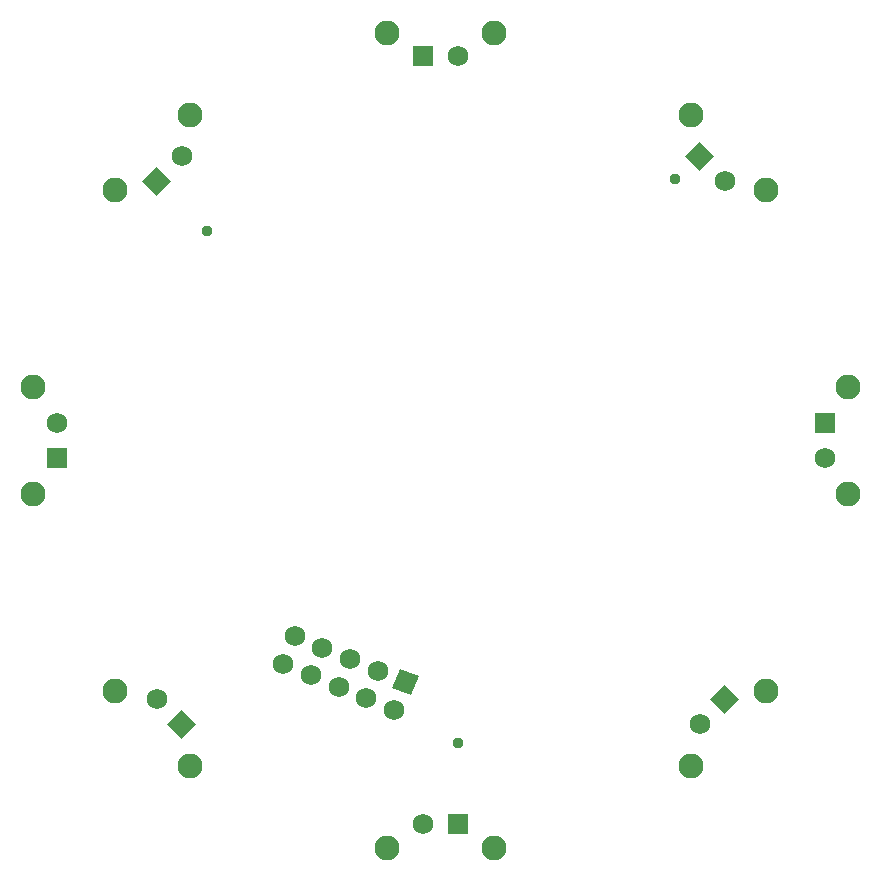
<source format=gbr>
G04 EAGLE Gerber RS-274X export*
G75*
%MOMM*%
%FSLAX34Y34*%
%LPD*%
%INSoldermask Top*%
%IPPOS*%
%AMOC8*
5,1,8,0,0,1.08239X$1,22.5*%
G01*
G04 Define Apertures*
%ADD10R,1.733200X1.733200*%
%ADD11C,1.733200*%
%ADD12R,1.733200X1.733200*%
%ADD13C,2.108200*%
%ADD14C,0.959600*%
D10*
G36*
X-34431Y-193235D02*
X-18419Y-199867D01*
X-25051Y-215879D01*
X-41063Y-209247D01*
X-34431Y-193235D01*
G37*
D11*
X-39461Y-228024D03*
X-53207Y-194837D03*
X-62928Y-218303D03*
X-76674Y-185117D03*
X-86394Y-208583D03*
X-100140Y-175397D03*
X-109861Y-198863D03*
X-123607Y-165676D03*
X-133327Y-189143D03*
D12*
X15000Y-325120D03*
D11*
X-15000Y-325120D03*
D13*
X45000Y-344720D03*
X-45000Y-344720D03*
D10*
G36*
X252752Y-219283D02*
X240497Y-231538D01*
X228242Y-219283D01*
X240497Y-207028D01*
X252752Y-219283D01*
G37*
D11*
X219283Y-240497D03*
D13*
X275569Y-211929D03*
X211929Y-275569D03*
D12*
X325120Y15000D03*
D11*
X325120Y-15000D03*
D13*
X344720Y45000D03*
X344720Y-45000D03*
D10*
G36*
X219283Y252752D02*
X231538Y240497D01*
X219283Y228242D01*
X207028Y240497D01*
X219283Y252752D01*
G37*
D11*
X240497Y219283D03*
D13*
X211929Y275569D03*
X275569Y211929D03*
D12*
X-15000Y325120D03*
D11*
X15000Y325120D03*
D13*
X-45000Y344720D03*
X45000Y344720D03*
D10*
G36*
X-252752Y219283D02*
X-240497Y231538D01*
X-228242Y219283D01*
X-240497Y207028D01*
X-252752Y219283D01*
G37*
D11*
X-219283Y240497D03*
D13*
X-275569Y211929D03*
X-211929Y275569D03*
D12*
X-325120Y-15000D03*
D11*
X-325120Y15000D03*
D13*
X-344720Y-45000D03*
X-344720Y45000D03*
D10*
G36*
X-219283Y-252752D02*
X-231538Y-240497D01*
X-219283Y-228242D01*
X-207028Y-240497D01*
X-219283Y-252752D01*
G37*
D11*
X-240497Y-219283D03*
D13*
X-211929Y-275569D03*
X-275569Y-211929D03*
D14*
X-198120Y176907D03*
X198120Y220980D03*
X15000Y-256540D03*
M02*

</source>
